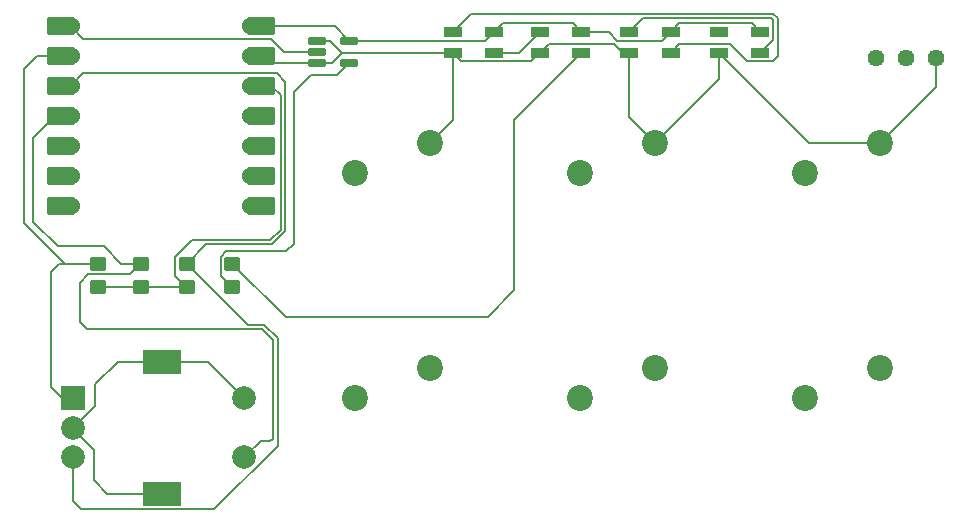
<source format=gbr>
%TF.GenerationSoftware,KiCad,Pcbnew,9.0.2*%
%TF.CreationDate,2025-06-27T12:13:13-04:00*%
%TF.ProjectId,hackpad,6861636b-7061-4642-9e6b-696361645f70,rev?*%
%TF.SameCoordinates,Original*%
%TF.FileFunction,Copper,L1,Top*%
%TF.FilePolarity,Positive*%
%FSLAX46Y46*%
G04 Gerber Fmt 4.6, Leading zero omitted, Abs format (unit mm)*
G04 Created by KiCad (PCBNEW 9.0.2) date 2025-06-27 12:13:13*
%MOMM*%
%LPD*%
G01*
G04 APERTURE LIST*
G04 Aperture macros list*
%AMRoundRect*
0 Rectangle with rounded corners*
0 $1 Rounding radius*
0 $2 $3 $4 $5 $6 $7 $8 $9 X,Y pos of 4 corners*
0 Add a 4 corners polygon primitive as box body*
4,1,4,$2,$3,$4,$5,$6,$7,$8,$9,$2,$3,0*
0 Add four circle primitives for the rounded corners*
1,1,$1+$1,$2,$3*
1,1,$1+$1,$4,$5*
1,1,$1+$1,$6,$7*
1,1,$1+$1,$8,$9*
0 Add four rect primitives between the rounded corners*
20,1,$1+$1,$2,$3,$4,$5,0*
20,1,$1+$1,$4,$5,$6,$7,0*
20,1,$1+$1,$6,$7,$8,$9,0*
20,1,$1+$1,$8,$9,$2,$3,0*%
G04 Aperture macros list end*
%TA.AperFunction,ComponentPad*%
%ADD10C,2.000000*%
%TD*%
%TA.AperFunction,ComponentPad*%
%ADD11R,3.200000X2.000000*%
%TD*%
%TA.AperFunction,ComponentPad*%
%ADD12R,2.000000X2.000000*%
%TD*%
%TA.AperFunction,SMDPad,CuDef*%
%ADD13RoundRect,0.250000X-0.450000X0.350000X-0.450000X-0.350000X0.450000X-0.350000X0.450000X0.350000X0*%
%TD*%
%TA.AperFunction,ComponentPad*%
%ADD14C,2.200000*%
%TD*%
%TA.AperFunction,SMDPad,CuDef*%
%ADD15R,1.600000X0.850000*%
%TD*%
%TA.AperFunction,SMDPad,CuDef*%
%ADD16RoundRect,0.152400X-1.063600X-0.609600X1.063600X-0.609600X1.063600X0.609600X-1.063600X0.609600X0*%
%TD*%
%TA.AperFunction,ComponentPad*%
%ADD17C,1.524000*%
%TD*%
%TA.AperFunction,SMDPad,CuDef*%
%ADD18RoundRect,0.152400X1.063600X0.609600X-1.063600X0.609600X-1.063600X-0.609600X1.063600X-0.609600X0*%
%TD*%
%TA.AperFunction,SMDPad,CuDef*%
%ADD19RoundRect,0.162500X-0.617500X-0.162500X0.617500X-0.162500X0.617500X0.162500X-0.617500X0.162500X0*%
%TD*%
%TA.AperFunction,ComponentPad*%
%ADD20C,1.440000*%
%TD*%
%TA.AperFunction,Conductor*%
%ADD21C,0.200000*%
%TD*%
G04 APERTURE END LIST*
D10*
%TO.P,SW7,S2,S2*%
%TO.N,GND*%
X98750000Y-80843750D03*
%TO.P,SW7,S1,S1*%
%TO.N,Net-(U1-GPIO29{slash}ADC3{slash}A3)*%
X98750000Y-85843750D03*
D11*
%TO.P,SW7,MP,MP*%
%TO.N,GND*%
X91750000Y-88943750D03*
X91750000Y-77743750D03*
D10*
%TO.P,SW7,C,C*%
X84250000Y-83343750D03*
%TO.P,SW7,B,B*%
%TO.N,Net-(U1-GPIO28{slash}ADC2{slash}A2)*%
X84250000Y-85843750D03*
D12*
%TO.P,SW7,A,A*%
%TO.N,Net-(U1-GPIO27{slash}ADC1{slash}A1)*%
X84250000Y-80843750D03*
%TD*%
D13*
%TO.P,R3,1*%
%TO.N,Net-(U1-GPIO29{slash}ADC3{slash}A3)*%
X89950000Y-69450000D03*
%TO.P,R3,2*%
%TO.N,Net-(U1-3V3)*%
X89950000Y-71450000D03*
%TD*%
%TO.P,R4,2*%
%TO.N,Net-(U1-3V3)*%
X86350000Y-71450000D03*
%TO.P,R4,1*%
%TO.N,Net-(U1-GPIO27{slash}ADC1{slash}A1)*%
X86350000Y-69450000D03*
%TD*%
%TO.P,R1,1*%
%TO.N,Net-(D1-DIN)*%
X97725000Y-69450000D03*
%TO.P,R1,2*%
%TO.N,Net-(R1-Pad2)*%
X97725000Y-71450000D03*
%TD*%
D14*
%TO.P,SW3,2,2*%
%TO.N,Net-(U1-GPIO4{slash}MISO)*%
X127158750Y-61753750D03*
%TO.P,SW3,1,1*%
%TO.N,GND*%
X133508750Y-59213750D03*
%TD*%
D15*
%TO.P,D2,4,VDD*%
%TO.N,+5V*%
X119875000Y-49825000D03*
%TO.P,D2,3,DIN*%
%TO.N,Net-(D1-DOUT)*%
X119875000Y-51575000D03*
%TO.P,D2,2,VSS*%
%TO.N,GND*%
X116375000Y-51575000D03*
%TO.P,D2,1,DOUT*%
%TO.N,Net-(D2-DOUT)*%
X116375000Y-49825000D03*
%TD*%
%TO.P,D1,4,VDD*%
%TO.N,+5V*%
X127265000Y-49825000D03*
%TO.P,D1,3,DIN*%
%TO.N,Net-(D1-DIN)*%
X127265000Y-51575000D03*
%TO.P,D1,2,VSS*%
%TO.N,GND*%
X123765000Y-51575000D03*
%TO.P,D1,1,DOUT*%
%TO.N,Net-(D1-DOUT)*%
X123765000Y-49825000D03*
%TD*%
%TO.P,D3,4,VDD*%
%TO.N,+5V*%
X134835000Y-49825000D03*
%TO.P,D3,3,DIN*%
%TO.N,Net-(D2-DOUT)*%
X134835000Y-51575000D03*
%TO.P,D3,2,VSS*%
%TO.N,GND*%
X131335000Y-51575000D03*
%TO.P,D3,1,DOUT*%
%TO.N,Net-(D3-DOUT)*%
X131335000Y-49825000D03*
%TD*%
%TO.P,D4,1,DOUT*%
%TO.N,unconnected-(D4-DOUT-Pad1)*%
X138905000Y-49825000D03*
%TO.P,D4,2,VSS*%
%TO.N,GND*%
X138905000Y-51575000D03*
%TO.P,D4,3,DIN*%
%TO.N,Net-(D3-DOUT)*%
X142405000Y-51575000D03*
%TO.P,D4,4,VDD*%
%TO.N,+5V*%
X142405000Y-49825000D03*
%TD*%
D16*
%TO.P,U1,14,VBUS*%
%TO.N,+5V*%
X100130000Y-49323500D03*
D17*
X99295000Y-49323500D03*
D16*
%TO.P,U1,13,GND*%
%TO.N,GND*%
X100130000Y-51863500D03*
D17*
X99295000Y-51863500D03*
D16*
%TO.P,U1,12,3V3*%
%TO.N,Net-(U1-3V3)*%
X100130000Y-54403500D03*
D17*
X99295000Y-54403500D03*
D16*
%TO.P,U1,11,GPIO3/MOSI*%
%TO.N,Net-(U1-GPIO3{slash}MOSI)*%
X100130000Y-56943500D03*
D17*
X99295000Y-56943500D03*
D16*
%TO.P,U1,10,GPIO4/MISO*%
%TO.N,Net-(U1-GPIO4{slash}MISO)*%
X100130000Y-59483500D03*
D17*
X99295000Y-59483500D03*
D16*
%TO.P,U1,9,GPIO2/SCK*%
%TO.N,Net-(U1-GPIO2{slash}SCK)*%
X100130000Y-62023500D03*
D17*
X99295000Y-62023500D03*
D16*
%TO.P,U1,8,GPIO1/RX*%
%TO.N,Net-(U1-GPIO1{slash}RX)*%
X100130000Y-64563500D03*
D17*
X99295000Y-64563500D03*
%TO.P,U1,7,GPIO0/TX*%
%TO.N,Net-(U1-GPIO0{slash}TX)*%
X84055000Y-64563500D03*
D18*
X83220000Y-64563500D03*
D17*
%TO.P,U1,6,GPIO7/SCL*%
%TO.N,Net-(U1-GPIO7{slash}SCL)*%
X84055000Y-62023500D03*
D18*
X83220000Y-62023500D03*
D17*
%TO.P,U1,5,GPIO6/SDA*%
%TO.N,Net-(U1-GPIO6{slash}SDA)*%
X84055000Y-59483500D03*
D18*
X83220000Y-59483500D03*
D17*
%TO.P,U1,4,GPIO29/ADC3/A3*%
%TO.N,Net-(U1-GPIO29{slash}ADC3{slash}A3)*%
X84055000Y-56943500D03*
D18*
X83220000Y-56943500D03*
D17*
%TO.P,U1,3,GPIO28/ADC2/A2*%
%TO.N,Net-(U1-GPIO28{slash}ADC2{slash}A2)*%
X84055000Y-54403500D03*
D18*
X83220000Y-54403500D03*
D17*
%TO.P,U1,2,GPIO27/ADC1/A1*%
%TO.N,Net-(U1-GPIO27{slash}ADC1{slash}A1)*%
X84055000Y-51863500D03*
D18*
X83220000Y-51863500D03*
D17*
%TO.P,U1,1,GPIO26/ADC0/A0*%
%TO.N,Net-(U1-GPIO26{slash}ADC0{slash}A0)*%
X84055000Y-49323500D03*
D18*
X83220000Y-49323500D03*
%TD*%
D13*
%TO.P,R2,2*%
%TO.N,Net-(U1-3V3)*%
X93875000Y-71450000D03*
%TO.P,R2,1*%
%TO.N,Net-(U1-GPIO28{slash}ADC2{slash}A2)*%
X93875000Y-69450000D03*
%TD*%
D14*
%TO.P,SW2,2,2*%
%TO.N,Net-(U1-GPIO2{slash}SCK)*%
X108108750Y-80803750D03*
%TO.P,SW2,1,1*%
%TO.N,GND*%
X114458750Y-78263750D03*
%TD*%
%TO.P,SW1,1,1*%
%TO.N,GND*%
X114458750Y-59213750D03*
%TO.P,SW1,2,2*%
%TO.N,Net-(U1-GPIO1{slash}RX)*%
X108108750Y-61753750D03*
%TD*%
D19*
%TO.P,U2,1*%
%TO.N,GND*%
X104900000Y-50550000D03*
%TO.P,U2,2*%
%TO.N,Net-(U1-GPIO26{slash}ADC0{slash}A0)*%
X104900000Y-51500000D03*
%TO.P,U2,3,GND*%
%TO.N,GND*%
X104900000Y-52450000D03*
%TO.P,U2,4*%
%TO.N,Net-(R1-Pad2)*%
X107600000Y-52450000D03*
%TO.P,U2,5,VCC*%
%TO.N,+5V*%
X107600000Y-50550000D03*
%TD*%
D14*
%TO.P,SW6,1,1*%
%TO.N,GND*%
X152558750Y-78263750D03*
%TO.P,SW6,2,2*%
%TO.N,Net-(U1-GPIO7{slash}SCL)*%
X146208750Y-80803750D03*
%TD*%
%TO.P,SW5,1,1*%
%TO.N,GND*%
X152558750Y-59213750D03*
%TO.P,SW5,2,2*%
%TO.N,Net-(U1-GPIO0{slash}TX)*%
X146208750Y-61753750D03*
%TD*%
%TO.P,SW4,1,1*%
%TO.N,GND*%
X133508750Y-78263750D03*
%TO.P,SW4,2,2*%
%TO.N,Net-(U1-GPIO3{slash}MOSI)*%
X127158750Y-80803750D03*
%TD*%
D20*
%TO.P,RV1,1,1*%
%TO.N,GND*%
X157290000Y-51995000D03*
%TO.P,RV1,2,2*%
%TO.N,Net-(U1-GPIO6{slash}SDA)*%
X154750000Y-51995000D03*
%TO.P,RV1,3,3*%
%TO.N,+3V3*%
X152210000Y-51995000D03*
%TD*%
D21*
%TO.N,Net-(U1-GPIO28{slash}ADC2{slash}A2)*%
X84250000Y-85843750D02*
X84281250Y-85843750D01*
%TO.N,GND*%
X130757900Y-51575000D02*
X131335000Y-51575000D01*
X130031900Y-50849000D02*
X130757900Y-51575000D01*
X124491000Y-50849000D02*
X130031900Y-50849000D01*
X123765000Y-51575000D02*
X124491000Y-50849000D01*
%TO.N,+5V*%
X130301000Y-50551000D02*
X134109000Y-50551000D01*
X129575000Y-49825000D02*
X130301000Y-50551000D01*
X127265000Y-49825000D02*
X129575000Y-49825000D01*
X134109000Y-50551000D02*
X134835000Y-49825000D01*
%TO.N,Net-(D2-DOUT)*%
X117926000Y-48274000D02*
X116375000Y-49825000D01*
X143516100Y-48274000D02*
X117926000Y-48274000D01*
X143907000Y-48664900D02*
X143516100Y-48274000D01*
X143907000Y-51900000D02*
X143907000Y-48664900D01*
X143506000Y-52301000D02*
X143907000Y-51900000D01*
X141304000Y-52301000D02*
X143506000Y-52301000D01*
X139852000Y-50849000D02*
X141304000Y-52301000D01*
X135561000Y-50849000D02*
X139852000Y-50849000D01*
X134835000Y-51575000D02*
X135561000Y-50849000D01*
%TO.N,Net-(D3-DOUT)*%
X143350000Y-48675000D02*
X143506000Y-48831000D01*
X143506000Y-48831000D02*
X143506000Y-50474000D01*
X132485000Y-48675000D02*
X143350000Y-48675000D01*
X143506000Y-50474000D02*
X142405000Y-51575000D01*
X131335000Y-49825000D02*
X132485000Y-48675000D01*
%TO.N,GND*%
X138905000Y-53817500D02*
X133508750Y-59213750D01*
X138905000Y-51575000D02*
X138905000Y-53817500D01*
X131335000Y-57040000D02*
X133508750Y-59213750D01*
X131335000Y-51575000D02*
X131335000Y-57040000D01*
X106010010Y-50550000D02*
X107035010Y-51575000D01*
X104900000Y-50550000D02*
X106010010Y-50550000D01*
X100716500Y-52450000D02*
X100130000Y-51863500D01*
X104900000Y-52450000D02*
X100716500Y-52450000D01*
%TO.N,Net-(U1-GPIO26{slash}ADC0{slash}A0)*%
X100971626Y-50386500D02*
X85118000Y-50386500D01*
X85118000Y-50386500D02*
X84055000Y-49323500D01*
X102085126Y-51500000D02*
X100971626Y-50386500D01*
X104900000Y-51500000D02*
X102085126Y-51500000D01*
%TO.N,GND*%
X95650000Y-77743750D02*
X98750000Y-80843750D01*
X91750000Y-77743750D02*
X95650000Y-77743750D01*
X88031250Y-77743750D02*
X91750000Y-77743750D01*
X86125000Y-81468750D02*
X86125000Y-79650000D01*
X86125000Y-79650000D02*
X88031250Y-77743750D01*
X84250000Y-83343750D02*
X86125000Y-81468750D01*
X84250000Y-83473350D02*
X84250000Y-83343750D01*
X85975000Y-85198350D02*
X84250000Y-83473350D01*
X87118750Y-88943750D02*
X85975000Y-87800000D01*
X91750000Y-88943750D02*
X87118750Y-88943750D01*
X85975000Y-87800000D02*
X85975000Y-85198350D01*
%TO.N,Net-(U1-GPIO28{slash}ADC2{slash}A2)*%
X102200000Y-66717100D02*
X102200000Y-54025000D01*
X101116100Y-67801000D02*
X102200000Y-66717100D01*
X102200000Y-54025000D02*
X101515500Y-53340500D01*
X101515500Y-53340500D02*
X85118000Y-53340500D01*
X95524000Y-67801000D02*
X101116100Y-67801000D01*
X85118000Y-53340500D02*
X84055000Y-54403500D01*
X93875000Y-69450000D02*
X95524000Y-67801000D01*
%TO.N,Net-(R1-Pad2)*%
X106600000Y-53450000D02*
X107600000Y-52450000D01*
X102275000Y-68375000D02*
X102900000Y-67750000D01*
X102900000Y-67750000D02*
X102900000Y-54950000D01*
X102900000Y-54950000D02*
X104400000Y-53450000D01*
X97213840Y-68375000D02*
X102275000Y-68375000D01*
X96724000Y-68864840D02*
X97213840Y-68375000D01*
X96724000Y-70449000D02*
X96724000Y-68864840D01*
X97725000Y-71450000D02*
X96724000Y-70449000D01*
X104400000Y-53450000D02*
X106600000Y-53450000D01*
%TO.N,Net-(U1-GPIO28{slash}ADC2{slash}A2)*%
X101551000Y-84882642D02*
X96188892Y-90244750D01*
X101551000Y-75758900D02*
X101551000Y-84882642D01*
X84250000Y-89575000D02*
X84250000Y-85843750D01*
X100391100Y-74599000D02*
X101551000Y-75758900D01*
X96188892Y-90244750D02*
X84919750Y-90244750D01*
X99024000Y-74599000D02*
X100391100Y-74599000D01*
X93875000Y-69450000D02*
X99024000Y-74599000D01*
X84919750Y-90244750D02*
X84250000Y-89575000D01*
%TO.N,Net-(U1-3V3)*%
X101003500Y-54403500D02*
X99295000Y-54403500D01*
X101799000Y-55199000D02*
X101003500Y-54403500D01*
X101799000Y-66551000D02*
X101799000Y-55199000D01*
X100950000Y-67400000D02*
X101799000Y-66551000D01*
X94338840Y-67400000D02*
X100950000Y-67400000D01*
X92874000Y-68864840D02*
X94338840Y-67400000D01*
X92874000Y-70449000D02*
X92874000Y-68864840D01*
X93875000Y-71450000D02*
X92874000Y-70449000D01*
%TO.N,Net-(U1-GPIO28{slash}ADC2{slash}A2)*%
X94444100Y-69450000D02*
X93875000Y-69450000D01*
%TO.N,Net-(U1-GPIO29{slash}ADC3{slash}A3)*%
X100118750Y-84475000D02*
X98750000Y-85843750D01*
X100950000Y-84475000D02*
X100118750Y-84475000D01*
X101150000Y-84275000D02*
X100950000Y-84475000D01*
X101150000Y-75925000D02*
X101150000Y-84275000D01*
X100225000Y-75000000D02*
X101150000Y-75925000D01*
X85450000Y-75000000D02*
X100225000Y-75000000D01*
X84825000Y-74375000D02*
X85450000Y-75000000D01*
X84825000Y-71050000D02*
X84825000Y-74375000D01*
X85524000Y-70351000D02*
X84825000Y-71050000D01*
X89049000Y-70351000D02*
X85524000Y-70351000D01*
X89950000Y-69450000D02*
X89049000Y-70351000D01*
X82681500Y-56943500D02*
X84055000Y-56943500D01*
X80850000Y-58775000D02*
X82681500Y-56943500D01*
X80850000Y-65875000D02*
X80850000Y-58775000D01*
X82950000Y-67975000D02*
X80850000Y-65875000D01*
X86825000Y-67975000D02*
X82950000Y-67975000D01*
X88300000Y-69450000D02*
X86825000Y-67975000D01*
X89950000Y-69450000D02*
X88300000Y-69450000D01*
%TO.N,Net-(U1-GPIO27{slash}ADC1{slash}A1)*%
X81186500Y-51863500D02*
X83220000Y-51863500D01*
X80100000Y-52950000D02*
X81186500Y-51863500D01*
X83575000Y-69450000D02*
X80100000Y-65975000D01*
X86350000Y-69450000D02*
X83575000Y-69450000D01*
X80100000Y-65975000D02*
X80100000Y-52950000D01*
X82325000Y-70150000D02*
X82325000Y-79875000D01*
X83025000Y-69450000D02*
X82325000Y-70150000D01*
X82325000Y-79875000D02*
X83293750Y-80843750D01*
X83293750Y-80843750D02*
X84250000Y-80843750D01*
X86350000Y-69450000D02*
X83025000Y-69450000D01*
%TO.N,Net-(U1-3V3)*%
X89950000Y-71450000D02*
X86350000Y-71450000D01*
X93875000Y-71450000D02*
X89950000Y-71450000D01*
%TO.N,Net-(U1-GPIO28{slash}ADC2{slash}A2)*%
X82977370Y-54403500D02*
X84055000Y-54403500D01*
%TO.N,Net-(D1-DIN)*%
X102250000Y-73975000D02*
X97725000Y-69450000D01*
X121595000Y-71705000D02*
X119325000Y-73975000D01*
X119325000Y-73975000D02*
X102250000Y-73975000D01*
X121595000Y-57245000D02*
X121595000Y-71705000D01*
X127265000Y-51575000D02*
X121595000Y-57245000D01*
%TO.N,GND*%
X106160010Y-52450000D02*
X104900000Y-52450000D01*
X107035010Y-51575000D02*
X106160010Y-52450000D01*
X116375000Y-51575000D02*
X107035010Y-51575000D01*
%TO.N,+5V*%
X119150000Y-50550000D02*
X107600000Y-50550000D01*
X119875000Y-49825000D02*
X119150000Y-50550000D01*
%TO.N,GND*%
X157290000Y-54482500D02*
X157290000Y-51995000D01*
X152558750Y-59213750D02*
X157290000Y-54482500D01*
X146543750Y-59213750D02*
X152558750Y-59213750D01*
X138905000Y-51575000D02*
X146543750Y-59213750D01*
X123039000Y-52301000D02*
X117101000Y-52301000D01*
X117101000Y-52301000D02*
X116375000Y-51575000D01*
X123765000Y-51575000D02*
X123039000Y-52301000D01*
%TO.N,Net-(D1-DOUT)*%
X122015000Y-51575000D02*
X123765000Y-49825000D01*
X119875000Y-51575000D02*
X122015000Y-51575000D01*
%TO.N,+5V*%
X106373500Y-49323500D02*
X99295000Y-49323500D01*
X107600000Y-50550000D02*
X106373500Y-49323500D01*
X141679000Y-49099000D02*
X142405000Y-49825000D01*
X134835000Y-49825000D02*
X135561000Y-49099000D01*
X135561000Y-49099000D02*
X141679000Y-49099000D01*
X120601000Y-49099000D02*
X126539000Y-49099000D01*
X119875000Y-49825000D02*
X120601000Y-49099000D01*
X126539000Y-49099000D02*
X127265000Y-49825000D01*
%TO.N,GND*%
X116375000Y-57297500D02*
X114458750Y-59213750D01*
X116375000Y-51575000D02*
X116375000Y-57297500D01*
%TD*%
M02*

</source>
